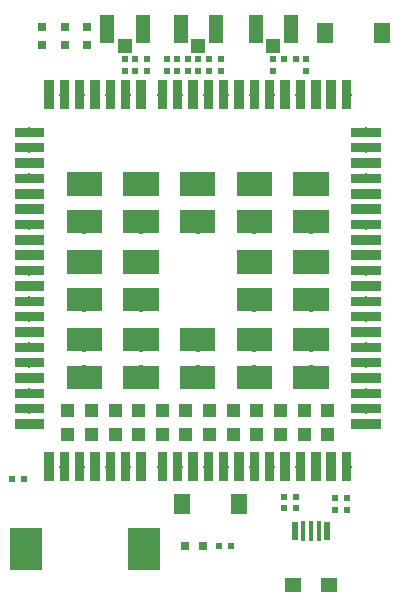
<source format=gbr>
G04 #@! TF.GenerationSoftware,KiCad,Pcbnew,5.1.0-rc2-unknown-036be7d~80~ubuntu16.04.1*
G04 #@! TF.CreationDate,2022-02-25T15:09:56+02:00*
G04 #@! TF.ProjectId,USB-gLINK_Rev_D,5553422d-674c-4494-9e4b-5f5265765f44,D*
G04 #@! TF.SameCoordinates,Original*
G04 #@! TF.FileFunction,Paste,Top*
G04 #@! TF.FilePolarity,Positive*
%FSLAX46Y46*%
G04 Gerber Fmt 4.6, Leading zero omitted, Abs format (unit mm)*
G04 Created by KiCad (PCBNEW 5.1.0-rc2-unknown-036be7d~80~ubuntu16.04.1) date 2022-02-25 15:09:56*
%MOMM*%
%LPD*%
G04 APERTURE LIST*
%ADD10R,2.700000X3.600000*%
%ADD11R,1.327000X1.754000*%
%ADD12R,0.500000X1.650000*%
%ADD13R,0.396120X1.721120*%
%ADD14R,1.354000X1.254000*%
%ADD15R,0.550000X0.500000*%
%ADD16C,2.000000*%
%ADD17C,0.100000*%
%ADD18C,1.100000*%
%ADD19C,0.800000*%
%ADD20R,0.800000X0.800000*%
%ADD21R,0.500000X0.550000*%
%ADD22R,1.202400X2.352400*%
%ADD23R,1.202400X1.202400*%
G04 APERTURE END LIST*
D10*
X138905000Y-96393000D03*
X128905000Y-96393000D03*
D11*
X154264501Y-52705000D03*
X159044501Y-52705000D03*
X142136000Y-92583000D03*
X146916000Y-92583000D03*
D12*
X151647500Y-94894000D03*
D13*
X152385000Y-94894000D03*
X153035000Y-94894000D03*
X153685000Y-94894000D03*
D12*
X154422500Y-94894000D03*
D14*
X151535000Y-99444000D03*
X154535000Y-99444000D03*
D15*
X140843000Y-55880000D03*
X140843000Y-54864000D03*
X141732000Y-54864000D03*
X141732000Y-55880000D03*
X142621000Y-54864000D03*
X142621000Y-55880000D03*
D16*
X143446500Y-68660000D03*
D17*
G36*
X141946500Y-67660000D02*
G01*
X144946500Y-67660000D01*
X144946500Y-69660000D01*
X141946500Y-69660000D01*
X141946500Y-67660000D01*
X141946500Y-67660000D01*
G37*
D16*
X143446500Y-65460000D03*
D17*
G36*
X141946500Y-64460000D02*
G01*
X144946500Y-64460000D01*
X144946500Y-66460000D01*
X141946500Y-66460000D01*
X141946500Y-64460000D01*
X141946500Y-64460000D01*
G37*
D16*
X138646500Y-65460000D03*
D17*
G36*
X137146500Y-64460000D02*
G01*
X140146500Y-64460000D01*
X140146500Y-66460000D01*
X137146500Y-66460000D01*
X137146500Y-64460000D01*
X137146500Y-64460000D01*
G37*
D16*
X153046500Y-68660000D03*
D17*
G36*
X151546500Y-67660000D02*
G01*
X154546500Y-67660000D01*
X154546500Y-69660000D01*
X151546500Y-69660000D01*
X151546500Y-67660000D01*
X151546500Y-67660000D01*
G37*
D16*
X148246500Y-68660000D03*
D17*
G36*
X146746500Y-67660000D02*
G01*
X149746500Y-67660000D01*
X149746500Y-69660000D01*
X146746500Y-69660000D01*
X146746500Y-67660000D01*
X146746500Y-67660000D01*
G37*
D16*
X153046500Y-65460000D03*
D17*
G36*
X151546500Y-64460000D02*
G01*
X154546500Y-64460000D01*
X154546500Y-66460000D01*
X151546500Y-66460000D01*
X151546500Y-64460000D01*
X151546500Y-64460000D01*
G37*
D16*
X138646500Y-68660000D03*
D17*
G36*
X137146500Y-67660000D02*
G01*
X140146500Y-67660000D01*
X140146500Y-69660000D01*
X137146500Y-69660000D01*
X137146500Y-67660000D01*
X137146500Y-67660000D01*
G37*
D16*
X148246500Y-65460000D03*
D17*
G36*
X146746500Y-64460000D02*
G01*
X149746500Y-64460000D01*
X149746500Y-66460000D01*
X146746500Y-66460000D01*
X146746500Y-64460000D01*
X146746500Y-64460000D01*
G37*
D16*
X133846500Y-65460000D03*
D17*
G36*
X132346500Y-64460000D02*
G01*
X135346500Y-64460000D01*
X135346500Y-66460000D01*
X132346500Y-66460000D01*
X132346500Y-64460000D01*
X132346500Y-64460000D01*
G37*
D16*
X133846500Y-68660000D03*
D17*
G36*
X132346500Y-67660000D02*
G01*
X135346500Y-67660000D01*
X135346500Y-69660000D01*
X132346500Y-69660000D01*
X132346500Y-67660000D01*
X132346500Y-67660000D01*
G37*
D16*
X148246500Y-75260000D03*
D17*
G36*
X146746500Y-74260000D02*
G01*
X149746500Y-74260000D01*
X149746500Y-76260000D01*
X146746500Y-76260000D01*
X146746500Y-74260000D01*
X146746500Y-74260000D01*
G37*
D16*
X148246500Y-72060000D03*
D17*
G36*
X146746500Y-71060000D02*
G01*
X149746500Y-71060000D01*
X149746500Y-73060000D01*
X146746500Y-73060000D01*
X146746500Y-71060000D01*
X146746500Y-71060000D01*
G37*
D16*
X138646500Y-72060000D03*
D17*
G36*
X137146500Y-71060000D02*
G01*
X140146500Y-71060000D01*
X140146500Y-73060000D01*
X137146500Y-73060000D01*
X137146500Y-71060000D01*
X137146500Y-71060000D01*
G37*
D16*
X153046500Y-75260000D03*
D17*
G36*
X151546500Y-74260000D02*
G01*
X154546500Y-74260000D01*
X154546500Y-76260000D01*
X151546500Y-76260000D01*
X151546500Y-74260000D01*
X151546500Y-74260000D01*
G37*
D16*
X153046500Y-72060000D03*
D17*
G36*
X151546500Y-71060000D02*
G01*
X154546500Y-71060000D01*
X154546500Y-73060000D01*
X151546500Y-73060000D01*
X151546500Y-71060000D01*
X151546500Y-71060000D01*
G37*
D16*
X138646500Y-75260000D03*
D17*
G36*
X137146500Y-74260000D02*
G01*
X140146500Y-74260000D01*
X140146500Y-76260000D01*
X137146500Y-76260000D01*
X137146500Y-74260000D01*
X137146500Y-74260000D01*
G37*
D16*
X133846500Y-72060000D03*
D17*
G36*
X132346500Y-71060000D02*
G01*
X135346500Y-71060000D01*
X135346500Y-73060000D01*
X132346500Y-73060000D01*
X132346500Y-71060000D01*
X132346500Y-71060000D01*
G37*
D16*
X133846500Y-75260000D03*
D17*
G36*
X132346500Y-74260000D02*
G01*
X135346500Y-74260000D01*
X135346500Y-76260000D01*
X132346500Y-76260000D01*
X132346500Y-74260000D01*
X132346500Y-74260000D01*
G37*
D16*
X143446500Y-78660000D03*
D17*
G36*
X141946500Y-77660000D02*
G01*
X144946500Y-77660000D01*
X144946500Y-79660000D01*
X141946500Y-79660000D01*
X141946500Y-77660000D01*
X141946500Y-77660000D01*
G37*
D16*
X148246500Y-78660000D03*
D17*
G36*
X146746500Y-77660000D02*
G01*
X149746500Y-77660000D01*
X149746500Y-79660000D01*
X146746500Y-79660000D01*
X146746500Y-77660000D01*
X146746500Y-77660000D01*
G37*
D16*
X153046500Y-78660000D03*
D17*
G36*
X151546500Y-77660000D02*
G01*
X154546500Y-77660000D01*
X154546500Y-79660000D01*
X151546500Y-79660000D01*
X151546500Y-77660000D01*
X151546500Y-77660000D01*
G37*
D16*
X138646500Y-78660000D03*
D17*
G36*
X137146500Y-77660000D02*
G01*
X140146500Y-77660000D01*
X140146500Y-79660000D01*
X137146500Y-79660000D01*
X137146500Y-77660000D01*
X137146500Y-77660000D01*
G37*
D16*
X133846500Y-78660000D03*
D17*
G36*
X132346500Y-77660000D02*
G01*
X135346500Y-77660000D01*
X135346500Y-79660000D01*
X132346500Y-79660000D01*
X132346500Y-77660000D01*
X132346500Y-77660000D01*
G37*
D16*
X153046500Y-81860000D03*
D17*
G36*
X151546500Y-80860000D02*
G01*
X154546500Y-80860000D01*
X154546500Y-82860000D01*
X151546500Y-82860000D01*
X151546500Y-80860000D01*
X151546500Y-80860000D01*
G37*
D16*
X148246500Y-81860000D03*
D17*
G36*
X146746500Y-80860000D02*
G01*
X149746500Y-80860000D01*
X149746500Y-82860000D01*
X146746500Y-82860000D01*
X146746500Y-80860000D01*
X146746500Y-80860000D01*
G37*
D16*
X143446500Y-81860000D03*
D17*
G36*
X141946500Y-80860000D02*
G01*
X144946500Y-80860000D01*
X144946500Y-82860000D01*
X141946500Y-82860000D01*
X141946500Y-80860000D01*
X141946500Y-80860000D01*
G37*
D16*
X138646500Y-81860000D03*
D17*
G36*
X137146500Y-80860000D02*
G01*
X140146500Y-80860000D01*
X140146500Y-82860000D01*
X137146500Y-82860000D01*
X137146500Y-80860000D01*
X137146500Y-80860000D01*
G37*
D16*
X133846500Y-81860000D03*
D17*
G36*
X132346500Y-80860000D02*
G01*
X135346500Y-80860000D01*
X135346500Y-82860000D01*
X132346500Y-82860000D01*
X132346500Y-80860000D01*
X132346500Y-80860000D01*
G37*
D18*
X144446500Y-84660000D03*
D17*
G36*
X143896500Y-84110000D02*
G01*
X144996500Y-84110000D01*
X144996500Y-85210000D01*
X143896500Y-85210000D01*
X143896500Y-84110000D01*
X143896500Y-84110000D01*
G37*
D18*
X150446500Y-86660000D03*
D17*
G36*
X149896500Y-86110000D02*
G01*
X150996500Y-86110000D01*
X150996500Y-87210000D01*
X149896500Y-87210000D01*
X149896500Y-86110000D01*
X149896500Y-86110000D01*
G37*
D18*
X146446500Y-84660000D03*
D17*
G36*
X145896500Y-84110000D02*
G01*
X146996500Y-84110000D01*
X146996500Y-85210000D01*
X145896500Y-85210000D01*
X145896500Y-84110000D01*
X145896500Y-84110000D01*
G37*
D18*
X152446500Y-84660000D03*
D17*
G36*
X151896500Y-84110000D02*
G01*
X152996500Y-84110000D01*
X152996500Y-85210000D01*
X151896500Y-85210000D01*
X151896500Y-84110000D01*
X151896500Y-84110000D01*
G37*
D18*
X150446500Y-84660000D03*
D17*
G36*
X149896500Y-84110000D02*
G01*
X150996500Y-84110000D01*
X150996500Y-85210000D01*
X149896500Y-85210000D01*
X149896500Y-84110000D01*
X149896500Y-84110000D01*
G37*
D18*
X144446500Y-86660000D03*
D17*
G36*
X143896500Y-86110000D02*
G01*
X144996500Y-86110000D01*
X144996500Y-87210000D01*
X143896500Y-87210000D01*
X143896500Y-86110000D01*
X143896500Y-86110000D01*
G37*
D18*
X148446500Y-84660000D03*
D17*
G36*
X147896500Y-84110000D02*
G01*
X148996500Y-84110000D01*
X148996500Y-85210000D01*
X147896500Y-85210000D01*
X147896500Y-84110000D01*
X147896500Y-84110000D01*
G37*
D18*
X148446500Y-86660000D03*
D17*
G36*
X147896500Y-86110000D02*
G01*
X148996500Y-86110000D01*
X148996500Y-87210000D01*
X147896500Y-87210000D01*
X147896500Y-86110000D01*
X147896500Y-86110000D01*
G37*
D18*
X154446500Y-84660000D03*
D17*
G36*
X153896500Y-84110000D02*
G01*
X154996500Y-84110000D01*
X154996500Y-85210000D01*
X153896500Y-85210000D01*
X153896500Y-84110000D01*
X153896500Y-84110000D01*
G37*
D18*
X154446500Y-86660000D03*
D17*
G36*
X153896500Y-86110000D02*
G01*
X154996500Y-86110000D01*
X154996500Y-87210000D01*
X153896500Y-87210000D01*
X153896500Y-86110000D01*
X153896500Y-86110000D01*
G37*
D18*
X146446500Y-86660000D03*
D17*
G36*
X145896500Y-86110000D02*
G01*
X146996500Y-86110000D01*
X146996500Y-87210000D01*
X145896500Y-87210000D01*
X145896500Y-86110000D01*
X145896500Y-86110000D01*
G37*
D18*
X152446500Y-86660000D03*
D17*
G36*
X151896500Y-86110000D02*
G01*
X152996500Y-86110000D01*
X152996500Y-87210000D01*
X151896500Y-87210000D01*
X151896500Y-86110000D01*
X151896500Y-86110000D01*
G37*
D18*
X142446500Y-84660000D03*
D17*
G36*
X141896500Y-84110000D02*
G01*
X142996500Y-84110000D01*
X142996500Y-85210000D01*
X141896500Y-85210000D01*
X141896500Y-84110000D01*
X141896500Y-84110000D01*
G37*
D18*
X142446500Y-86660000D03*
D17*
G36*
X141896500Y-86110000D02*
G01*
X142996500Y-86110000D01*
X142996500Y-87210000D01*
X141896500Y-87210000D01*
X141896500Y-86110000D01*
X141896500Y-86110000D01*
G37*
D18*
X140446500Y-86660000D03*
D17*
G36*
X139896500Y-86110000D02*
G01*
X140996500Y-86110000D01*
X140996500Y-87210000D01*
X139896500Y-87210000D01*
X139896500Y-86110000D01*
X139896500Y-86110000D01*
G37*
D18*
X140446500Y-84660000D03*
D17*
G36*
X139896500Y-84110000D02*
G01*
X140996500Y-84110000D01*
X140996500Y-85210000D01*
X139896500Y-85210000D01*
X139896500Y-84110000D01*
X139896500Y-84110000D01*
G37*
D18*
X138446500Y-84660000D03*
D17*
G36*
X137896500Y-84110000D02*
G01*
X138996500Y-84110000D01*
X138996500Y-85210000D01*
X137896500Y-85210000D01*
X137896500Y-84110000D01*
X137896500Y-84110000D01*
G37*
D18*
X138446500Y-86660000D03*
D17*
G36*
X137896500Y-86110000D02*
G01*
X138996500Y-86110000D01*
X138996500Y-87210000D01*
X137896500Y-87210000D01*
X137896500Y-86110000D01*
X137896500Y-86110000D01*
G37*
D18*
X136446500Y-84660000D03*
D17*
G36*
X135896500Y-84110000D02*
G01*
X136996500Y-84110000D01*
X136996500Y-85210000D01*
X135896500Y-85210000D01*
X135896500Y-84110000D01*
X135896500Y-84110000D01*
G37*
D18*
X136446500Y-86660000D03*
D17*
G36*
X135896500Y-86110000D02*
G01*
X136996500Y-86110000D01*
X136996500Y-87210000D01*
X135896500Y-87210000D01*
X135896500Y-86110000D01*
X135896500Y-86110000D01*
G37*
D18*
X134446500Y-84660000D03*
D17*
G36*
X133896500Y-84110000D02*
G01*
X134996500Y-84110000D01*
X134996500Y-85210000D01*
X133896500Y-85210000D01*
X133896500Y-84110000D01*
X133896500Y-84110000D01*
G37*
D18*
X134446500Y-86660000D03*
D17*
G36*
X133896500Y-86110000D02*
G01*
X134996500Y-86110000D01*
X134996500Y-87210000D01*
X133896500Y-87210000D01*
X133896500Y-86110000D01*
X133896500Y-86110000D01*
G37*
D18*
X132446500Y-84660000D03*
D17*
G36*
X131896500Y-84110000D02*
G01*
X132996500Y-84110000D01*
X132996500Y-85210000D01*
X131896500Y-85210000D01*
X131896500Y-84110000D01*
X131896500Y-84110000D01*
G37*
D18*
X132446500Y-86660000D03*
D17*
G36*
X131896500Y-86110000D02*
G01*
X132996500Y-86110000D01*
X132996500Y-87210000D01*
X131896500Y-87210000D01*
X131896500Y-86110000D01*
X131896500Y-86110000D01*
G37*
D19*
X129196500Y-70210000D03*
D17*
G36*
X127946500Y-70610000D02*
G01*
X127946500Y-69810000D01*
X130446500Y-69810000D01*
X130446500Y-70610000D01*
X127946500Y-70610000D01*
X127946500Y-70610000D01*
G37*
D19*
X129196500Y-67610000D03*
D17*
G36*
X127946500Y-68010000D02*
G01*
X127946500Y-67210000D01*
X130446500Y-67210000D01*
X130446500Y-68010000D01*
X127946500Y-68010000D01*
X127946500Y-68010000D01*
G37*
D19*
X129196500Y-80610000D03*
D17*
G36*
X127946500Y-81010000D02*
G01*
X127946500Y-80210000D01*
X130446500Y-80210000D01*
X130446500Y-81010000D01*
X127946500Y-81010000D01*
X127946500Y-81010000D01*
G37*
D19*
X129196500Y-78010000D03*
D17*
G36*
X127946500Y-78410000D02*
G01*
X127946500Y-77610000D01*
X130446500Y-77610000D01*
X130446500Y-78410000D01*
X127946500Y-78410000D01*
X127946500Y-78410000D01*
G37*
D19*
X129196500Y-71510000D03*
D17*
G36*
X127946500Y-71910000D02*
G01*
X127946500Y-71110000D01*
X130446500Y-71110000D01*
X130446500Y-71910000D01*
X127946500Y-71910000D01*
X127946500Y-71910000D01*
G37*
D19*
X129196500Y-74110000D03*
D17*
G36*
X127946500Y-74510000D02*
G01*
X127946500Y-73710000D01*
X130446500Y-73710000D01*
X130446500Y-74510000D01*
X127946500Y-74510000D01*
X127946500Y-74510000D01*
G37*
D19*
X129196500Y-75410000D03*
D17*
G36*
X127946500Y-75810000D02*
G01*
X127946500Y-75010000D01*
X130446500Y-75010000D01*
X130446500Y-75810000D01*
X127946500Y-75810000D01*
X127946500Y-75810000D01*
G37*
D19*
X129196500Y-66310000D03*
D17*
G36*
X127946500Y-66710000D02*
G01*
X127946500Y-65910000D01*
X130446500Y-65910000D01*
X130446500Y-66710000D01*
X127946500Y-66710000D01*
X127946500Y-66710000D01*
G37*
D19*
X129196500Y-76710000D03*
D17*
G36*
X127946500Y-77110000D02*
G01*
X127946500Y-76310000D01*
X130446500Y-76310000D01*
X130446500Y-77110000D01*
X127946500Y-77110000D01*
X127946500Y-77110000D01*
G37*
D19*
X129196500Y-84510000D03*
D17*
G36*
X127946500Y-84910000D02*
G01*
X127946500Y-84110000D01*
X130446500Y-84110000D01*
X130446500Y-84910000D01*
X127946500Y-84910000D01*
X127946500Y-84910000D01*
G37*
D19*
X129196500Y-68910000D03*
D17*
G36*
X127946500Y-69310000D02*
G01*
X127946500Y-68510000D01*
X130446500Y-68510000D01*
X130446500Y-69310000D01*
X127946500Y-69310000D01*
X127946500Y-69310000D01*
G37*
D19*
X129196500Y-63710000D03*
D17*
G36*
X127946500Y-64110000D02*
G01*
X127946500Y-63310000D01*
X130446500Y-63310000D01*
X130446500Y-64110000D01*
X127946500Y-64110000D01*
X127946500Y-64110000D01*
G37*
D19*
X129196500Y-83210000D03*
D17*
G36*
X127946500Y-83610000D02*
G01*
X127946500Y-82810000D01*
X130446500Y-82810000D01*
X130446500Y-83610000D01*
X127946500Y-83610000D01*
X127946500Y-83610000D01*
G37*
D19*
X129196500Y-61110000D03*
D17*
G36*
X127946500Y-61510000D02*
G01*
X127946500Y-60710000D01*
X130446500Y-60710000D01*
X130446500Y-61510000D01*
X127946500Y-61510000D01*
X127946500Y-61510000D01*
G37*
D19*
X129196500Y-81910000D03*
D17*
G36*
X127946500Y-82310000D02*
G01*
X127946500Y-81510000D01*
X130446500Y-81510000D01*
X130446500Y-82310000D01*
X127946500Y-82310000D01*
X127946500Y-82310000D01*
G37*
D19*
X129196500Y-72810000D03*
D17*
G36*
X127946500Y-73210000D02*
G01*
X127946500Y-72410000D01*
X130446500Y-72410000D01*
X130446500Y-73210000D01*
X127946500Y-73210000D01*
X127946500Y-73210000D01*
G37*
D19*
X129196500Y-85810000D03*
D17*
G36*
X127946500Y-86210000D02*
G01*
X127946500Y-85410000D01*
X130446500Y-85410000D01*
X130446500Y-86210000D01*
X127946500Y-86210000D01*
X127946500Y-86210000D01*
G37*
D19*
X129196500Y-79310000D03*
D17*
G36*
X127946500Y-79710000D02*
G01*
X127946500Y-78910000D01*
X130446500Y-78910000D01*
X130446500Y-79710000D01*
X127946500Y-79710000D01*
X127946500Y-79710000D01*
G37*
D19*
X129196500Y-62410000D03*
D17*
G36*
X127946500Y-62810000D02*
G01*
X127946500Y-62010000D01*
X130446500Y-62010000D01*
X130446500Y-62810000D01*
X127946500Y-62810000D01*
X127946500Y-62810000D01*
G37*
D19*
X129196500Y-65010000D03*
D17*
G36*
X127946500Y-65410000D02*
G01*
X127946500Y-64610000D01*
X130446500Y-64610000D01*
X130446500Y-65410000D01*
X127946500Y-65410000D01*
X127946500Y-65410000D01*
G37*
D19*
X157696500Y-67610000D03*
D17*
G36*
X156446500Y-68010000D02*
G01*
X156446500Y-67210000D01*
X158946500Y-67210000D01*
X158946500Y-68010000D01*
X156446500Y-68010000D01*
X156446500Y-68010000D01*
G37*
D19*
X157696500Y-65010000D03*
D17*
G36*
X156446500Y-65410000D02*
G01*
X156446500Y-64610000D01*
X158946500Y-64610000D01*
X158946500Y-65410000D01*
X156446500Y-65410000D01*
X156446500Y-65410000D01*
G37*
D19*
X157696500Y-61110000D03*
D17*
G36*
X156446500Y-61510000D02*
G01*
X156446500Y-60710000D01*
X158946500Y-60710000D01*
X158946500Y-61510000D01*
X156446500Y-61510000D01*
X156446500Y-61510000D01*
G37*
D19*
X157696500Y-62410000D03*
D17*
G36*
X156446500Y-62810000D02*
G01*
X156446500Y-62010000D01*
X158946500Y-62010000D01*
X158946500Y-62810000D01*
X156446500Y-62810000D01*
X156446500Y-62810000D01*
G37*
D19*
X157696500Y-63710000D03*
D17*
G36*
X156446500Y-64110000D02*
G01*
X156446500Y-63310000D01*
X158946500Y-63310000D01*
X158946500Y-64110000D01*
X156446500Y-64110000D01*
X156446500Y-64110000D01*
G37*
D19*
X157696500Y-71510000D03*
D17*
G36*
X156446500Y-71910000D02*
G01*
X156446500Y-71110000D01*
X158946500Y-71110000D01*
X158946500Y-71910000D01*
X156446500Y-71910000D01*
X156446500Y-71910000D01*
G37*
D19*
X157696500Y-70210000D03*
D17*
G36*
X156446500Y-70610000D02*
G01*
X156446500Y-69810000D01*
X158946500Y-69810000D01*
X158946500Y-70610000D01*
X156446500Y-70610000D01*
X156446500Y-70610000D01*
G37*
D19*
X157696500Y-68910000D03*
D17*
G36*
X156446500Y-69310000D02*
G01*
X156446500Y-68510000D01*
X158946500Y-68510000D01*
X158946500Y-69310000D01*
X156446500Y-69310000D01*
X156446500Y-69310000D01*
G37*
D19*
X157696500Y-72810000D03*
D17*
G36*
X156446500Y-73210000D02*
G01*
X156446500Y-72410000D01*
X158946500Y-72410000D01*
X158946500Y-73210000D01*
X156446500Y-73210000D01*
X156446500Y-73210000D01*
G37*
D19*
X157696500Y-66310000D03*
D17*
G36*
X156446500Y-66710000D02*
G01*
X156446500Y-65910000D01*
X158946500Y-65910000D01*
X158946500Y-66710000D01*
X156446500Y-66710000D01*
X156446500Y-66710000D01*
G37*
D19*
X157696500Y-74110000D03*
D17*
G36*
X156446500Y-74510000D02*
G01*
X156446500Y-73710000D01*
X158946500Y-73710000D01*
X158946500Y-74510000D01*
X156446500Y-74510000D01*
X156446500Y-74510000D01*
G37*
D19*
X157696500Y-75410000D03*
D17*
G36*
X156446500Y-75810000D02*
G01*
X156446500Y-75010000D01*
X158946500Y-75010000D01*
X158946500Y-75810000D01*
X156446500Y-75810000D01*
X156446500Y-75810000D01*
G37*
D19*
X157696500Y-76710000D03*
D17*
G36*
X156446500Y-77110000D02*
G01*
X156446500Y-76310000D01*
X158946500Y-76310000D01*
X158946500Y-77110000D01*
X156446500Y-77110000D01*
X156446500Y-77110000D01*
G37*
D19*
X157696500Y-78010000D03*
D17*
G36*
X156446500Y-78410000D02*
G01*
X156446500Y-77610000D01*
X158946500Y-77610000D01*
X158946500Y-78410000D01*
X156446500Y-78410000D01*
X156446500Y-78410000D01*
G37*
D19*
X157696500Y-79310000D03*
D17*
G36*
X156446500Y-79710000D02*
G01*
X156446500Y-78910000D01*
X158946500Y-78910000D01*
X158946500Y-79710000D01*
X156446500Y-79710000D01*
X156446500Y-79710000D01*
G37*
D19*
X157696500Y-80610000D03*
D17*
G36*
X156446500Y-81010000D02*
G01*
X156446500Y-80210000D01*
X158946500Y-80210000D01*
X158946500Y-81010000D01*
X156446500Y-81010000D01*
X156446500Y-81010000D01*
G37*
D19*
X157696500Y-81910000D03*
D17*
G36*
X156446500Y-82310000D02*
G01*
X156446500Y-81510000D01*
X158946500Y-81510000D01*
X158946500Y-82310000D01*
X156446500Y-82310000D01*
X156446500Y-82310000D01*
G37*
D19*
X157696500Y-83210000D03*
D17*
G36*
X156446500Y-83610000D02*
G01*
X156446500Y-82810000D01*
X158946500Y-82810000D01*
X158946500Y-83610000D01*
X156446500Y-83610000D01*
X156446500Y-83610000D01*
G37*
D19*
X157696500Y-84510000D03*
D17*
G36*
X156446500Y-84910000D02*
G01*
X156446500Y-84110000D01*
X158946500Y-84110000D01*
X158946500Y-84910000D01*
X156446500Y-84910000D01*
X156446500Y-84910000D01*
G37*
D19*
X157696500Y-85810000D03*
D17*
G36*
X156446500Y-86210000D02*
G01*
X156446500Y-85410000D01*
X158946500Y-85410000D01*
X158946500Y-86210000D01*
X156446500Y-86210000D01*
X156446500Y-86210000D01*
G37*
D19*
X136046500Y-57910000D03*
D17*
G36*
X135646500Y-56660000D02*
G01*
X136446500Y-56660000D01*
X136446500Y-59160000D01*
X135646500Y-59160000D01*
X135646500Y-56660000D01*
X135646500Y-56660000D01*
G37*
D19*
X140446500Y-57910000D03*
D17*
G36*
X140046500Y-56660000D02*
G01*
X140846500Y-56660000D01*
X140846500Y-59160000D01*
X140046500Y-59160000D01*
X140046500Y-56660000D01*
X140046500Y-56660000D01*
G37*
D19*
X141746500Y-57910000D03*
D17*
G36*
X141346500Y-56660000D02*
G01*
X142146500Y-56660000D01*
X142146500Y-59160000D01*
X141346500Y-59160000D01*
X141346500Y-56660000D01*
X141346500Y-56660000D01*
G37*
D19*
X133446500Y-57910000D03*
D17*
G36*
X133046500Y-56660000D02*
G01*
X133846500Y-56660000D01*
X133846500Y-59160000D01*
X133046500Y-59160000D01*
X133046500Y-56660000D01*
X133046500Y-56660000D01*
G37*
D19*
X150846500Y-57910000D03*
D17*
G36*
X150446500Y-56660000D02*
G01*
X151246500Y-56660000D01*
X151246500Y-59160000D01*
X150446500Y-59160000D01*
X150446500Y-56660000D01*
X150446500Y-56660000D01*
G37*
D19*
X148246500Y-57910000D03*
D17*
G36*
X147846500Y-56660000D02*
G01*
X148646500Y-56660000D01*
X148646500Y-59160000D01*
X147846500Y-59160000D01*
X147846500Y-56660000D01*
X147846500Y-56660000D01*
G37*
D19*
X143046500Y-57910000D03*
D17*
G36*
X142646500Y-56660000D02*
G01*
X143446500Y-56660000D01*
X143446500Y-59160000D01*
X142646500Y-59160000D01*
X142646500Y-56660000D01*
X142646500Y-56660000D01*
G37*
D19*
X144346500Y-57910000D03*
D17*
G36*
X143946500Y-56660000D02*
G01*
X144746500Y-56660000D01*
X144746500Y-59160000D01*
X143946500Y-59160000D01*
X143946500Y-56660000D01*
X143946500Y-56660000D01*
G37*
D19*
X137346500Y-57910000D03*
D17*
G36*
X136946500Y-56660000D02*
G01*
X137746500Y-56660000D01*
X137746500Y-59160000D01*
X136946500Y-59160000D01*
X136946500Y-56660000D01*
X136946500Y-56660000D01*
G37*
D19*
X134746500Y-57910000D03*
D17*
G36*
X134346500Y-56660000D02*
G01*
X135146500Y-56660000D01*
X135146500Y-59160000D01*
X134346500Y-59160000D01*
X134346500Y-56660000D01*
X134346500Y-56660000D01*
G37*
D19*
X154746500Y-57910000D03*
D17*
G36*
X154346500Y-56660000D02*
G01*
X155146500Y-56660000D01*
X155146500Y-59160000D01*
X154346500Y-59160000D01*
X154346500Y-56660000D01*
X154346500Y-56660000D01*
G37*
D19*
X156046500Y-57910000D03*
D17*
G36*
X155646500Y-56660000D02*
G01*
X156446500Y-56660000D01*
X156446500Y-59160000D01*
X155646500Y-59160000D01*
X155646500Y-56660000D01*
X155646500Y-56660000D01*
G37*
D19*
X130846500Y-57910000D03*
D17*
G36*
X130446500Y-56660000D02*
G01*
X131246500Y-56660000D01*
X131246500Y-59160000D01*
X130446500Y-59160000D01*
X130446500Y-56660000D01*
X130446500Y-56660000D01*
G37*
D19*
X145646500Y-57910000D03*
D17*
G36*
X145246500Y-56660000D02*
G01*
X146046500Y-56660000D01*
X146046500Y-59160000D01*
X145246500Y-59160000D01*
X145246500Y-56660000D01*
X145246500Y-56660000D01*
G37*
D19*
X132146500Y-57910000D03*
D17*
G36*
X131746500Y-56660000D02*
G01*
X132546500Y-56660000D01*
X132546500Y-59160000D01*
X131746500Y-59160000D01*
X131746500Y-56660000D01*
X131746500Y-56660000D01*
G37*
D19*
X149546500Y-57910000D03*
D17*
G36*
X149146500Y-56660000D02*
G01*
X149946500Y-56660000D01*
X149946500Y-59160000D01*
X149146500Y-59160000D01*
X149146500Y-56660000D01*
X149146500Y-56660000D01*
G37*
D19*
X138646500Y-57910000D03*
D17*
G36*
X138246500Y-56660000D02*
G01*
X139046500Y-56660000D01*
X139046500Y-59160000D01*
X138246500Y-59160000D01*
X138246500Y-56660000D01*
X138246500Y-56660000D01*
G37*
D19*
X152146500Y-57910000D03*
D17*
G36*
X151746500Y-56660000D02*
G01*
X152546500Y-56660000D01*
X152546500Y-59160000D01*
X151746500Y-59160000D01*
X151746500Y-56660000D01*
X151746500Y-56660000D01*
G37*
D19*
X146946500Y-57910000D03*
D17*
G36*
X146546500Y-56660000D02*
G01*
X147346500Y-56660000D01*
X147346500Y-59160000D01*
X146546500Y-59160000D01*
X146546500Y-56660000D01*
X146546500Y-56660000D01*
G37*
D19*
X153446500Y-57910000D03*
D17*
G36*
X153046500Y-56660000D02*
G01*
X153846500Y-56660000D01*
X153846500Y-59160000D01*
X153046500Y-59160000D01*
X153046500Y-56660000D01*
X153046500Y-56660000D01*
G37*
D19*
X156046500Y-89410000D03*
D17*
G36*
X155646500Y-88160000D02*
G01*
X156446500Y-88160000D01*
X156446500Y-90660000D01*
X155646500Y-90660000D01*
X155646500Y-88160000D01*
X155646500Y-88160000D01*
G37*
D19*
X154746500Y-89410000D03*
D17*
G36*
X154346500Y-88160000D02*
G01*
X155146500Y-88160000D01*
X155146500Y-90660000D01*
X154346500Y-90660000D01*
X154346500Y-88160000D01*
X154346500Y-88160000D01*
G37*
D19*
X153446500Y-89410000D03*
D17*
G36*
X153046500Y-88160000D02*
G01*
X153846500Y-88160000D01*
X153846500Y-90660000D01*
X153046500Y-90660000D01*
X153046500Y-88160000D01*
X153046500Y-88160000D01*
G37*
D19*
X152146500Y-89410000D03*
D17*
G36*
X151746500Y-88160000D02*
G01*
X152546500Y-88160000D01*
X152546500Y-90660000D01*
X151746500Y-90660000D01*
X151746500Y-88160000D01*
X151746500Y-88160000D01*
G37*
D19*
X150846500Y-89410000D03*
D17*
G36*
X150446500Y-88160000D02*
G01*
X151246500Y-88160000D01*
X151246500Y-90660000D01*
X150446500Y-90660000D01*
X150446500Y-88160000D01*
X150446500Y-88160000D01*
G37*
D19*
X149546500Y-89410000D03*
D17*
G36*
X149146500Y-88160000D02*
G01*
X149946500Y-88160000D01*
X149946500Y-90660000D01*
X149146500Y-90660000D01*
X149146500Y-88160000D01*
X149146500Y-88160000D01*
G37*
D19*
X148246500Y-89410000D03*
D17*
G36*
X147846500Y-88160000D02*
G01*
X148646500Y-88160000D01*
X148646500Y-90660000D01*
X147846500Y-90660000D01*
X147846500Y-88160000D01*
X147846500Y-88160000D01*
G37*
D19*
X146946500Y-89410000D03*
D17*
G36*
X146546500Y-88160000D02*
G01*
X147346500Y-88160000D01*
X147346500Y-90660000D01*
X146546500Y-90660000D01*
X146546500Y-88160000D01*
X146546500Y-88160000D01*
G37*
D19*
X145646500Y-89410000D03*
D17*
G36*
X145246500Y-88160000D02*
G01*
X146046500Y-88160000D01*
X146046500Y-90660000D01*
X145246500Y-90660000D01*
X145246500Y-88160000D01*
X145246500Y-88160000D01*
G37*
D19*
X144346500Y-89410000D03*
D17*
G36*
X143946500Y-88160000D02*
G01*
X144746500Y-88160000D01*
X144746500Y-90660000D01*
X143946500Y-90660000D01*
X143946500Y-88160000D01*
X143946500Y-88160000D01*
G37*
D19*
X143046500Y-89410000D03*
D17*
G36*
X142646500Y-88160000D02*
G01*
X143446500Y-88160000D01*
X143446500Y-90660000D01*
X142646500Y-90660000D01*
X142646500Y-88160000D01*
X142646500Y-88160000D01*
G37*
D19*
X141746500Y-89410000D03*
D17*
G36*
X141346500Y-88160000D02*
G01*
X142146500Y-88160000D01*
X142146500Y-90660000D01*
X141346500Y-90660000D01*
X141346500Y-88160000D01*
X141346500Y-88160000D01*
G37*
D19*
X140446500Y-89410000D03*
D17*
G36*
X140046500Y-88160000D02*
G01*
X140846500Y-88160000D01*
X140846500Y-90660000D01*
X140046500Y-90660000D01*
X140046500Y-88160000D01*
X140046500Y-88160000D01*
G37*
D19*
X138646500Y-89410000D03*
D17*
G36*
X138246500Y-88160000D02*
G01*
X139046500Y-88160000D01*
X139046500Y-90660000D01*
X138246500Y-90660000D01*
X138246500Y-88160000D01*
X138246500Y-88160000D01*
G37*
D19*
X137346500Y-89410000D03*
D17*
G36*
X136946500Y-88160000D02*
G01*
X137746500Y-88160000D01*
X137746500Y-90660000D01*
X136946500Y-90660000D01*
X136946500Y-88160000D01*
X136946500Y-88160000D01*
G37*
D19*
X136046500Y-89410000D03*
D17*
G36*
X135646500Y-88160000D02*
G01*
X136446500Y-88160000D01*
X136446500Y-90660000D01*
X135646500Y-90660000D01*
X135646500Y-88160000D01*
X135646500Y-88160000D01*
G37*
D19*
X134746500Y-89410000D03*
D17*
G36*
X134346500Y-88160000D02*
G01*
X135146500Y-88160000D01*
X135146500Y-90660000D01*
X134346500Y-90660000D01*
X134346500Y-88160000D01*
X134346500Y-88160000D01*
G37*
D19*
X133446500Y-89410000D03*
D17*
G36*
X133046500Y-88160000D02*
G01*
X133846500Y-88160000D01*
X133846500Y-90660000D01*
X133046500Y-90660000D01*
X133046500Y-88160000D01*
X133046500Y-88160000D01*
G37*
D19*
X132146500Y-89410000D03*
D17*
G36*
X131746500Y-88160000D02*
G01*
X132546500Y-88160000D01*
X132546500Y-90660000D01*
X131746500Y-90660000D01*
X131746500Y-88160000D01*
X131746500Y-88160000D01*
G37*
D19*
X130846500Y-89410000D03*
D17*
G36*
X130446500Y-88160000D02*
G01*
X131246500Y-88160000D01*
X131246500Y-90660000D01*
X130446500Y-90660000D01*
X130446500Y-88160000D01*
X130446500Y-88160000D01*
G37*
D20*
X130302000Y-53735899D03*
X130302000Y-52211899D03*
D21*
X155067000Y-92075000D03*
X156083000Y-92075000D03*
X138176000Y-55880000D03*
X139192000Y-55880000D03*
X138176000Y-54864000D03*
X139192000Y-54864000D03*
X144399000Y-55880000D03*
X145415000Y-55880000D03*
X145415000Y-54864000D03*
X144399000Y-54864000D03*
D20*
X143891000Y-96139000D03*
X142367000Y-96139000D03*
D21*
X146304000Y-96139000D03*
X145288000Y-96139000D03*
X155067000Y-93091000D03*
X156083000Y-93091000D03*
X151765000Y-92888500D03*
X150749000Y-92888500D03*
X151765000Y-92011500D03*
X150749000Y-92011500D03*
D15*
X137287000Y-55880000D03*
X137287000Y-54864000D03*
D22*
X142010000Y-52324000D03*
X145010000Y-52324000D03*
D23*
X143510000Y-53824000D03*
X137287000Y-53824000D03*
D22*
X138787000Y-52324000D03*
X135787000Y-52324000D03*
D20*
X132207000Y-52211899D03*
X132207000Y-53735899D03*
X134112000Y-52211899D03*
X134112000Y-53735899D03*
D22*
X148360000Y-52324000D03*
X151360000Y-52324000D03*
D23*
X149860000Y-53824000D03*
D15*
X152654000Y-54864000D03*
X152654000Y-55880000D03*
X149860000Y-55880000D03*
X149860000Y-54864000D03*
D21*
X150749000Y-54864000D03*
X151765000Y-54864000D03*
D15*
X143510000Y-55880000D03*
X143510000Y-54864000D03*
D21*
X127762000Y-90424000D03*
X128778000Y-90424000D03*
M02*

</source>
